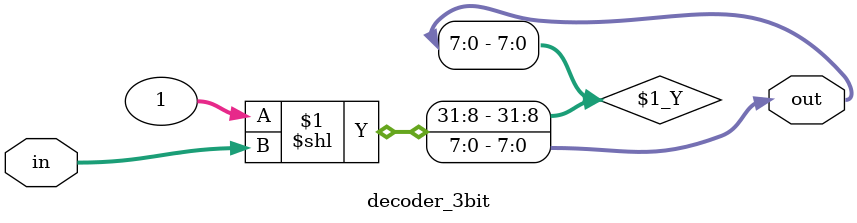
<source format=v>
module decoder_3bit (in, out);
input [2:0]in;
output[7:0]out; 
 
assign out = 1 << in; 
 
endmodule
</source>
